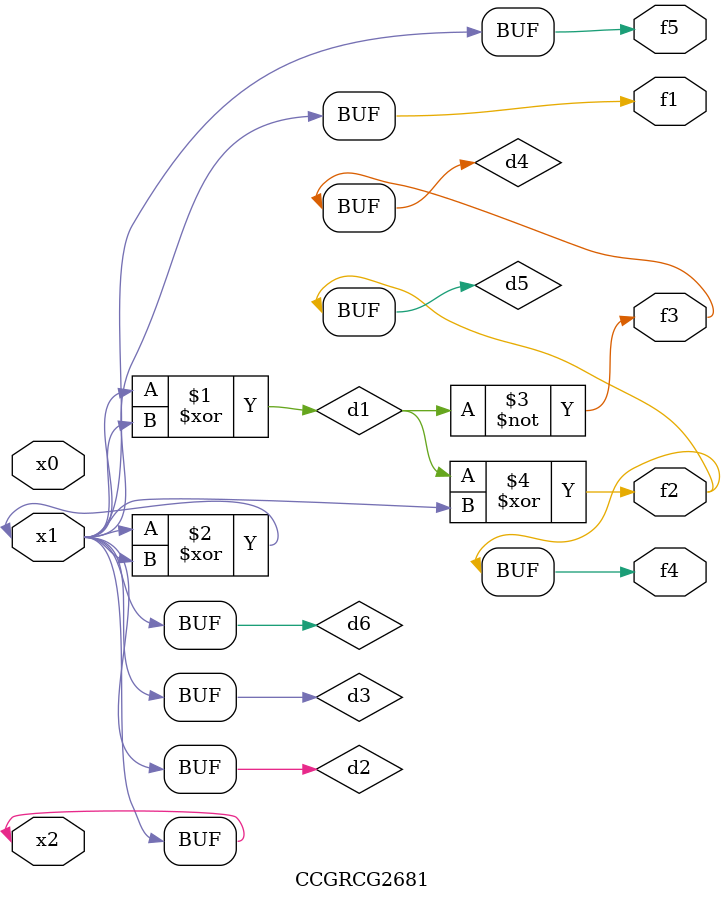
<source format=v>
module CCGRCG2681(
	input x0, x1, x2,
	output f1, f2, f3, f4, f5
);

	wire d1, d2, d3, d4, d5, d6;

	xor (d1, x1, x2);
	buf (d2, x1, x2);
	xor (d3, x1, x2);
	nor (d4, d1);
	xor (d5, d1, d2);
	buf (d6, d2, d3);
	assign f1 = d6;
	assign f2 = d5;
	assign f3 = d4;
	assign f4 = d5;
	assign f5 = d6;
endmodule

</source>
